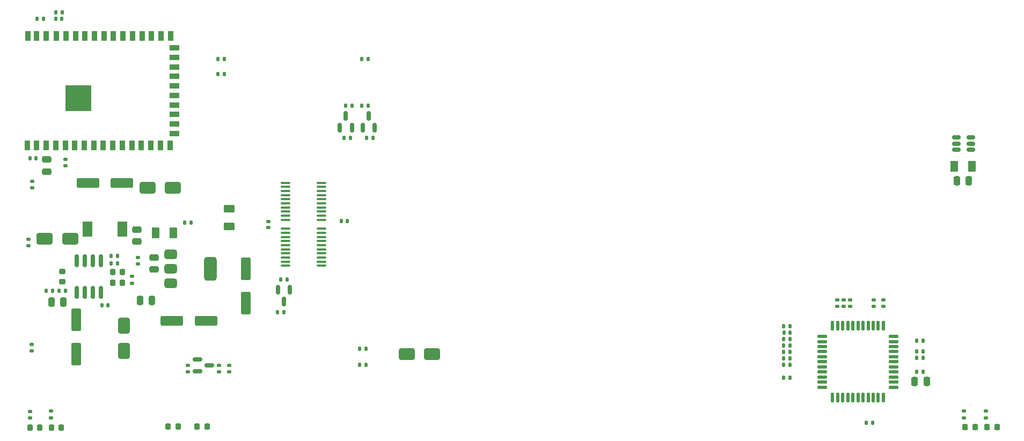
<source format=gbr>
%TF.GenerationSoftware,KiCad,Pcbnew,8.0.6*%
%TF.CreationDate,2024-10-18T08:00:21+02:00*%
%TF.ProjectId,key800,6b657938-3030-42e6-9b69-6361645f7063,1.06*%
%TF.SameCoordinates,Original*%
%TF.FileFunction,Paste,Top*%
%TF.FilePolarity,Positive*%
%FSLAX46Y46*%
G04 Gerber Fmt 4.6, Leading zero omitted, Abs format (unit mm)*
G04 Created by KiCad (PCBNEW 8.0.6) date 2024-10-18 08:00:21*
%MOMM*%
%LPD*%
G01*
G04 APERTURE LIST*
G04 Aperture macros list*
%AMRoundRect*
0 Rectangle with rounded corners*
0 $1 Rounding radius*
0 $2 $3 $4 $5 $6 $7 $8 $9 X,Y pos of 4 corners*
0 Add a 4 corners polygon primitive as box body*
4,1,4,$2,$3,$4,$5,$6,$7,$8,$9,$2,$3,0*
0 Add four circle primitives for the rounded corners*
1,1,$1+$1,$2,$3*
1,1,$1+$1,$4,$5*
1,1,$1+$1,$6,$7*
1,1,$1+$1,$8,$9*
0 Add four rect primitives between the rounded corners*
20,1,$1+$1,$2,$3,$4,$5,0*
20,1,$1+$1,$4,$5,$6,$7,0*
20,1,$1+$1,$6,$7,$8,$9,0*
20,1,$1+$1,$8,$9,$2,$3,0*%
G04 Aperture macros list end*
%ADD10RoundRect,0.250000X-0.250000X-0.475000X0.250000X-0.475000X0.250000X0.475000X-0.250000X0.475000X0*%
%ADD11RoundRect,0.140000X0.170000X-0.140000X0.170000X0.140000X-0.170000X0.140000X-0.170000X-0.140000X0*%
%ADD12RoundRect,0.140000X0.140000X0.170000X-0.140000X0.170000X-0.140000X-0.170000X0.140000X-0.170000X0*%
%ADD13RoundRect,0.135000X0.185000X-0.135000X0.185000X0.135000X-0.185000X0.135000X-0.185000X-0.135000X0*%
%ADD14RoundRect,0.137500X0.137500X-0.600000X0.137500X0.600000X-0.137500X0.600000X-0.137500X-0.600000X0*%
%ADD15RoundRect,0.137500X0.600000X-0.137500X0.600000X0.137500X-0.600000X0.137500X-0.600000X-0.137500X0*%
%ADD16RoundRect,0.135000X0.135000X0.185000X-0.135000X0.185000X-0.135000X-0.185000X0.135000X-0.185000X0*%
%ADD17RoundRect,0.218750X-0.218750X-0.256250X0.218750X-0.256250X0.218750X0.256250X-0.218750X0.256250X0*%
%ADD18RoundRect,0.250000X-0.550000X1.500000X-0.550000X-1.500000X0.550000X-1.500000X0.550000X1.500000X0*%
%ADD19RoundRect,0.140000X-0.140000X-0.170000X0.140000X-0.170000X0.140000X0.170000X-0.140000X0.170000X0*%
%ADD20RoundRect,0.250000X-1.500000X-0.550000X1.500000X-0.550000X1.500000X0.550000X-1.500000X0.550000X0*%
%ADD21RoundRect,0.250000X0.250000X0.475000X-0.250000X0.475000X-0.250000X-0.475000X0.250000X-0.475000X0*%
%ADD22RoundRect,0.225000X-0.225000X-0.250000X0.225000X-0.250000X0.225000X0.250000X-0.225000X0.250000X0*%
%ADD23RoundRect,0.225000X-0.250000X0.225000X-0.250000X-0.225000X0.250000X-0.225000X0.250000X0.225000X0*%
%ADD24RoundRect,0.250000X0.475000X-0.250000X0.475000X0.250000X-0.475000X0.250000X-0.475000X-0.250000X0*%
%ADD25RoundRect,0.250000X1.500000X0.550000X-1.500000X0.550000X-1.500000X-0.550000X1.500000X-0.550000X0*%
%ADD26RoundRect,0.250000X1.000000X0.650000X-1.000000X0.650000X-1.000000X-0.650000X1.000000X-0.650000X0*%
%ADD27RoundRect,0.218750X0.218750X0.256250X-0.218750X0.256250X-0.218750X-0.256250X0.218750X-0.256250X0*%
%ADD28RoundRect,0.150000X-0.150000X0.587500X-0.150000X-0.587500X0.150000X-0.587500X0.150000X0.587500X0*%
%ADD29RoundRect,0.150000X0.150000X-0.587500X0.150000X0.587500X-0.150000X0.587500X-0.150000X-0.587500X0*%
%ADD30RoundRect,0.135000X-0.135000X-0.185000X0.135000X-0.185000X0.135000X0.185000X-0.135000X0.185000X0*%
%ADD31RoundRect,0.135000X-0.185000X0.135000X-0.185000X-0.135000X0.185000X-0.135000X0.185000X0.135000X0*%
%ADD32RoundRect,0.100000X-0.637500X-0.100000X0.637500X-0.100000X0.637500X0.100000X-0.637500X0.100000X0*%
%ADD33RoundRect,0.100000X0.637500X0.100000X-0.637500X0.100000X-0.637500X-0.100000X0.637500X-0.100000X0*%
%ADD34RoundRect,0.150000X0.150000X-0.825000X0.150000X0.825000X-0.150000X0.825000X-0.150000X-0.825000X0*%
%ADD35RoundRect,0.250000X-1.000000X-0.650000X1.000000X-0.650000X1.000000X0.650000X-1.000000X0.650000X0*%
%ADD36RoundRect,0.250000X0.625000X-0.375000X0.625000X0.375000X-0.625000X0.375000X-0.625000X-0.375000X0*%
%ADD37R,0.900000X1.500000*%
%ADD38R,1.500000X0.900000*%
%ADD39R,4.100000X4.100000*%
%ADD40R,1.500000X2.400000*%
%ADD41RoundRect,0.250000X-0.650000X1.000000X-0.650000X-1.000000X0.650000X-1.000000X0.650000X1.000000X0*%
%ADD42RoundRect,0.250000X-0.475000X0.250000X-0.475000X-0.250000X0.475000X-0.250000X0.475000X0.250000X0*%
%ADD43RoundRect,0.250000X-0.375000X-0.625000X0.375000X-0.625000X0.375000X0.625000X-0.375000X0.625000X0*%
%ADD44RoundRect,0.375000X-0.625000X-0.375000X0.625000X-0.375000X0.625000X0.375000X-0.625000X0.375000X0*%
%ADD45RoundRect,0.500000X-0.500000X-1.400000X0.500000X-1.400000X0.500000X1.400000X-0.500000X1.400000X0*%
%ADD46RoundRect,0.150000X-0.587500X-0.150000X0.587500X-0.150000X0.587500X0.150000X-0.587500X0.150000X0*%
%ADD47RoundRect,0.150000X-0.512500X-0.150000X0.512500X-0.150000X0.512500X0.150000X-0.512500X0.150000X0*%
G04 APERTURE END LIST*
D10*
%TO.C,C1*%
X102080500Y-70914000D03*
X103980500Y-70914000D03*
%TD*%
D11*
%TO.C,C2*%
X95664500Y-59011500D03*
X95664500Y-58051500D03*
%TD*%
D12*
%TO.C,C3*%
X82456500Y-63230500D03*
X81496500Y-63230500D03*
%TD*%
D13*
%TO.C,R1*%
X-37241000Y-66090000D03*
X-37241000Y-65070000D03*
%TD*%
%TO.C,R4*%
X113350000Y-76610000D03*
X113350000Y-75590000D03*
%TD*%
%TO.C,R5*%
X109850000Y-76610000D03*
X109850000Y-75590000D03*
%TD*%
D14*
%TO.C,U1*%
X89147500Y-73453000D03*
X89947500Y-73453000D03*
X90747500Y-73453000D03*
X91547500Y-73453000D03*
X92347500Y-73453000D03*
X93147500Y-73453000D03*
X93947500Y-73453000D03*
X94747500Y-73453000D03*
X95547500Y-73453000D03*
X96347500Y-73453000D03*
X97147500Y-73453000D03*
D15*
X98810000Y-71790500D03*
X98810000Y-70990500D03*
X98810000Y-70190500D03*
X98810000Y-69390500D03*
X98810000Y-68590500D03*
X98810000Y-67790500D03*
X98810000Y-66990500D03*
X98810000Y-66190500D03*
X98810000Y-65390500D03*
X98810000Y-64590500D03*
X98810000Y-63790500D03*
D14*
X97147500Y-62128000D03*
X96347500Y-62128000D03*
X95547500Y-62128000D03*
X94747500Y-62128000D03*
X93947500Y-62128000D03*
X93147500Y-62128000D03*
X92347500Y-62128000D03*
X91547500Y-62128000D03*
X90747500Y-62128000D03*
X89947500Y-62128000D03*
X89147500Y-62128000D03*
D15*
X87485000Y-63790500D03*
X87485000Y-64590500D03*
X87485000Y-65390500D03*
X87485000Y-66190500D03*
X87485000Y-66990500D03*
X87485000Y-67790500D03*
X87485000Y-68590500D03*
X87485000Y-69390500D03*
X87485000Y-70190500D03*
X87485000Y-70990500D03*
X87485000Y-71790500D03*
%TD*%
D16*
%TO.C,R7*%
X95476000Y-77391000D03*
X94456000Y-77391000D03*
%TD*%
D17*
%TO.C,D1*%
X113523500Y-78099040D03*
X115098500Y-78099040D03*
%TD*%
%TO.C,D2*%
X110062500Y-78099040D03*
X111637500Y-78099040D03*
%TD*%
D18*
%TO.C,C6*%
X-30150000Y-61150000D03*
X-30150000Y-66550000D03*
%TD*%
D19*
%TO.C,C8*%
X-33403000Y-13637000D03*
X-32443000Y-13637000D03*
%TD*%
D20*
%TO.C,C9*%
X-15100000Y-61350000D03*
X-9700000Y-61350000D03*
%TD*%
D21*
%TO.C,C10*%
X-32200000Y-58350000D03*
X-34100000Y-58350000D03*
%TD*%
%TO.C,C12*%
X-18200000Y-58100000D03*
X-20100000Y-58100000D03*
%TD*%
D19*
%TO.C,C13*%
X-26130000Y-58850000D03*
X-25170000Y-58850000D03*
%TD*%
D22*
%TO.C,C16*%
X-24425000Y-55350000D03*
X-22875000Y-55350000D03*
%TD*%
D23*
%TO.C,C19*%
X-32400000Y-53575000D03*
X-32400000Y-55125000D03*
%TD*%
D22*
%TO.C,C22*%
X-24425000Y-53600000D03*
X-22875000Y-53600000D03*
%TD*%
D24*
%TO.C,C27*%
X-17873500Y-53195000D03*
X-17873500Y-51295000D03*
%TD*%
D25*
%TO.C,C28*%
X-22950000Y-39600000D03*
X-28350000Y-39600000D03*
%TD*%
D18*
%TO.C,C30*%
X-3400000Y-53150000D03*
X-3400000Y-58550000D03*
%TD*%
D24*
%TO.C,C54*%
X-34828000Y-37767000D03*
X-34828000Y-35867000D03*
%TD*%
D12*
%TO.C,C55*%
X-36507000Y-35671500D03*
X-37467000Y-35671500D03*
%TD*%
D17*
%TO.C,D3*%
X-34091500Y-78153000D03*
X-32516500Y-78153000D03*
%TD*%
D26*
%TO.C,D4*%
X-31150000Y-48350000D03*
X-35150000Y-48350000D03*
%TD*%
D27*
%TO.C,D7*%
X-9529500Y-78026000D03*
X-11104500Y-78026000D03*
%TD*%
D17*
%TO.C,D9*%
X-15676500Y-78026000D03*
X-14101500Y-78026000D03*
%TD*%
D26*
%TO.C,D10*%
X-14921000Y-40307000D03*
X-18921000Y-40307000D03*
%TD*%
D28*
%TO.C,Q2*%
X3523500Y-56387500D03*
X1623500Y-56387500D03*
X2573500Y-58262500D03*
%TD*%
D29*
%TO.C,Q3*%
X15022000Y-30830500D03*
X16922000Y-30830500D03*
X15972000Y-28955500D03*
%TD*%
%TO.C,Q4*%
X11402500Y-30830500D03*
X13302500Y-30830500D03*
X12352500Y-28955500D03*
%TD*%
D30*
%TO.C,R2*%
X81438500Y-68310500D03*
X82458500Y-68310500D03*
%TD*%
D16*
%TO.C,R8*%
X3083500Y-54785000D03*
X2063500Y-54785000D03*
%TD*%
D30*
%TO.C,R9*%
X15589000Y-32433000D03*
X16609000Y-32433000D03*
%TD*%
%TO.C,R10*%
X12033000Y-32433000D03*
X13053000Y-32433000D03*
%TD*%
%TO.C,R12*%
X1555500Y-59992000D03*
X2575500Y-59992000D03*
%TD*%
%TO.C,R13*%
X14827000Y-27353000D03*
X15847000Y-27353000D03*
%TD*%
D16*
%TO.C,R14*%
X13307000Y-27353000D03*
X12287000Y-27353000D03*
%TD*%
D13*
%TO.C,R15*%
X-34150000Y-76610000D03*
X-34150000Y-75590000D03*
%TD*%
D16*
%TO.C,R16*%
X-35334000Y-13637000D03*
X-36354000Y-13637000D03*
%TD*%
%TO.C,R17*%
X-32413000Y-12621000D03*
X-33433000Y-12621000D03*
%TD*%
D13*
%TO.C,R18*%
X-31907000Y-36880000D03*
X-31907000Y-35860000D03*
%TD*%
D16*
%TO.C,R19*%
X-31890000Y-56600000D03*
X-32910000Y-56600000D03*
%TD*%
%TO.C,R20*%
X-33890000Y-56600000D03*
X-34910000Y-56600000D03*
%TD*%
D13*
%TO.C,R25*%
X-21400000Y-55360000D03*
X-21400000Y-54340000D03*
%TD*%
D30*
%TO.C,R29*%
X-24670000Y-52245000D03*
X-23650000Y-52245000D03*
%TD*%
D16*
%TO.C,R30*%
X-23640000Y-51100000D03*
X-24660000Y-51100000D03*
%TD*%
D31*
%TO.C,R34*%
X-20477000Y-51354000D03*
X-20477000Y-52374000D03*
%TD*%
D16*
%TO.C,R36*%
X-12093000Y-45831500D03*
X-13113000Y-45831500D03*
%TD*%
D30*
%TO.C,R37*%
X81436500Y-70342500D03*
X82456500Y-70342500D03*
%TD*%
D16*
%TO.C,R38*%
X103413500Y-67167500D03*
X102393500Y-67167500D03*
%TD*%
%TO.C,R39*%
X103407500Y-66151500D03*
X102387500Y-66151500D03*
%TD*%
D30*
%TO.C,R40*%
X81438500Y-66278500D03*
X82458500Y-66278500D03*
%TD*%
D16*
%TO.C,R41*%
X82458500Y-62214500D03*
X81438500Y-62214500D03*
%TD*%
D13*
%TO.C,R42*%
X89897500Y-59050500D03*
X89897500Y-58030500D03*
%TD*%
%TO.C,R43*%
X90902000Y-59041500D03*
X90902000Y-58021500D03*
%TD*%
%TO.C,R44*%
X91918000Y-59041500D03*
X91918000Y-58021500D03*
%TD*%
D16*
%TO.C,R45*%
X82458500Y-67294500D03*
X81438500Y-67294500D03*
%TD*%
D30*
%TO.C,R46*%
X81438500Y-64246500D03*
X82458500Y-64246500D03*
%TD*%
%TO.C,R47*%
X81438500Y-65262500D03*
X82458500Y-65262500D03*
%TD*%
D31*
%TO.C,R48*%
X97188500Y-58021500D03*
X97188500Y-59041500D03*
%TD*%
D13*
%TO.C,R50*%
X-37150000Y-40360000D03*
X-37150000Y-39340000D03*
%TD*%
D31*
%TO.C,R51*%
X-37749000Y-48433000D03*
X-37749000Y-49453000D03*
%TD*%
D30*
%TO.C,R52*%
X14556000Y-65707000D03*
X15576000Y-65707000D03*
%TD*%
%TO.C,R54*%
X14556000Y-68247000D03*
X15576000Y-68247000D03*
%TD*%
%TO.C,R56*%
X14891000Y-19987000D03*
X15911000Y-19987000D03*
%TD*%
D16*
%TO.C,R57*%
X-6846000Y-19987000D03*
X-7866000Y-19987000D03*
%TD*%
D32*
%TO.C,U3*%
X2822500Y-46780000D03*
X2822500Y-47430000D03*
X2822500Y-48080000D03*
X2822500Y-48730000D03*
X2822500Y-49380000D03*
X2822500Y-50030000D03*
X2822500Y-50680000D03*
X2822500Y-51330000D03*
X2822500Y-51980000D03*
X2822500Y-52630000D03*
X8547500Y-52630000D03*
X8547500Y-51980000D03*
X8547500Y-51330000D03*
X8547500Y-50680000D03*
X8547500Y-50030000D03*
X8547500Y-49380000D03*
X8547500Y-48730000D03*
X8547500Y-48080000D03*
X8547500Y-47430000D03*
X8547500Y-46780000D03*
%TD*%
D33*
%TO.C,U4*%
X8547500Y-45391000D03*
X8547500Y-44741000D03*
X8547500Y-44091000D03*
X8547500Y-43441000D03*
X8547500Y-42791000D03*
X8547500Y-42141000D03*
X8547500Y-41491000D03*
X8547500Y-40841000D03*
X8547500Y-40191000D03*
X8547500Y-39541000D03*
X2822500Y-39541000D03*
X2822500Y-40191000D03*
X2822500Y-40841000D03*
X2822500Y-41491000D03*
X2822500Y-42141000D03*
X2822500Y-42791000D03*
X2822500Y-43441000D03*
X2822500Y-44091000D03*
X2822500Y-44741000D03*
X2822500Y-45391000D03*
%TD*%
D34*
%TO.C,U6*%
X-30055000Y-56825000D03*
X-28785000Y-56825000D03*
X-27515000Y-56825000D03*
X-26245000Y-56825000D03*
X-26245000Y-51875000D03*
X-27515000Y-51875000D03*
X-28785000Y-51875000D03*
X-30055000Y-51875000D03*
%TD*%
D35*
%TO.C,D13*%
X21941000Y-66596000D03*
X25941000Y-66596000D03*
%TD*%
D36*
%TO.C,F2*%
X-6062500Y-46406000D03*
X-6062500Y-43606000D03*
%TD*%
D37*
%TO.C,U5*%
X-37903500Y-33628500D03*
X-36403500Y-33628500D03*
X-34903500Y-33628500D03*
X-33403500Y-33628500D03*
X-31903500Y-33628500D03*
X-30403500Y-33628500D03*
X-28903500Y-33628500D03*
X-27403500Y-33628500D03*
X-25903500Y-33628500D03*
X-24403500Y-33628500D03*
X-22903500Y-33628500D03*
X-21403500Y-33628500D03*
X-19903500Y-33628500D03*
X-18403500Y-33628500D03*
X-16903500Y-33628500D03*
X-15403500Y-33628500D03*
D38*
X-14653500Y-31753500D03*
X-14653500Y-30253500D03*
X-14653500Y-28753500D03*
X-14653500Y-27253500D03*
X-14653500Y-25753500D03*
X-14653500Y-24253500D03*
X-14653500Y-22753500D03*
X-14653500Y-21253500D03*
X-14653500Y-19753500D03*
X-14653500Y-18253500D03*
D37*
X-15303500Y-16378500D03*
X-16803500Y-16378500D03*
X-18303500Y-16378500D03*
X-19803500Y-16378500D03*
X-21303500Y-16378500D03*
X-22803500Y-16378500D03*
X-24303500Y-16378500D03*
X-25803500Y-16378500D03*
X-27303500Y-16378500D03*
X-28803500Y-16378500D03*
X-30303500Y-16378500D03*
X-31803500Y-16378500D03*
X-33303500Y-16378500D03*
X-34903500Y-16378500D03*
X-36403500Y-16378500D03*
X-37803500Y-16378500D03*
D39*
X-29863500Y-26193500D03*
%TD*%
D40*
%TO.C,L1*%
X-28400000Y-46850000D03*
X-22900000Y-46850000D03*
%TD*%
D41*
%TO.C,D14*%
X-22650000Y-62100000D03*
X-22650000Y-66100000D03*
%TD*%
D42*
%TO.C,C25*%
X-20650000Y-46900000D03*
X-20650000Y-48800000D03*
%TD*%
D43*
%TO.C,F4*%
X-17686000Y-47419000D03*
X-14886000Y-47419000D03*
%TD*%
D44*
%TO.C,U7*%
X-15300000Y-50800000D03*
X-15300000Y-53100000D03*
D45*
X-9000000Y-53100000D03*
D44*
X-15300000Y-55400000D03*
%TD*%
D16*
%TO.C,R55*%
X-6846000Y-22400000D03*
X-7866000Y-22400000D03*
%TD*%
D31*
%TO.C,R53*%
X-6053000Y-68365000D03*
X-6053000Y-69385000D03*
%TD*%
D46*
%TO.C,Q1*%
X-11054500Y-67425000D03*
X-11054500Y-69325000D03*
X-9179500Y-68375000D03*
%TD*%
D13*
%TO.C,R11*%
X-7640500Y-69393000D03*
X-7640500Y-68373000D03*
%TD*%
D31*
%TO.C,R6*%
X-12530000Y-68340000D03*
X-12530000Y-69360000D03*
%TD*%
D10*
%TO.C,C5*%
X108756000Y-39258500D03*
X110656000Y-39258500D03*
%TD*%
D43*
%TO.C,F1*%
X108369500Y-36972500D03*
X111169500Y-36972500D03*
%TD*%
D47*
%TO.C,U2*%
X108695500Y-32403000D03*
X108695500Y-33353000D03*
X108695500Y-34303000D03*
X110970500Y-34303000D03*
X110970500Y-33353000D03*
X110970500Y-32403000D03*
%TD*%
D19*
%TO.C,C7*%
X11620000Y-45600000D03*
X12580000Y-45600000D03*
%TD*%
D11*
%TO.C,C11*%
X100000Y-46580000D03*
X100000Y-45620000D03*
%TD*%
D16*
%TO.C,R3*%
X103413500Y-64500500D03*
X102393500Y-64500500D03*
%TD*%
D19*
%TO.C,C4*%
X102423500Y-69390000D03*
X103383500Y-69390000D03*
%TD*%
D13*
%TO.C,R21*%
X-37495000Y-76631000D03*
X-37495000Y-75611000D03*
%TD*%
D17*
%TO.C,D5*%
X-37473500Y-78157000D03*
X-35898500Y-78157000D03*
%TD*%
M02*

</source>
